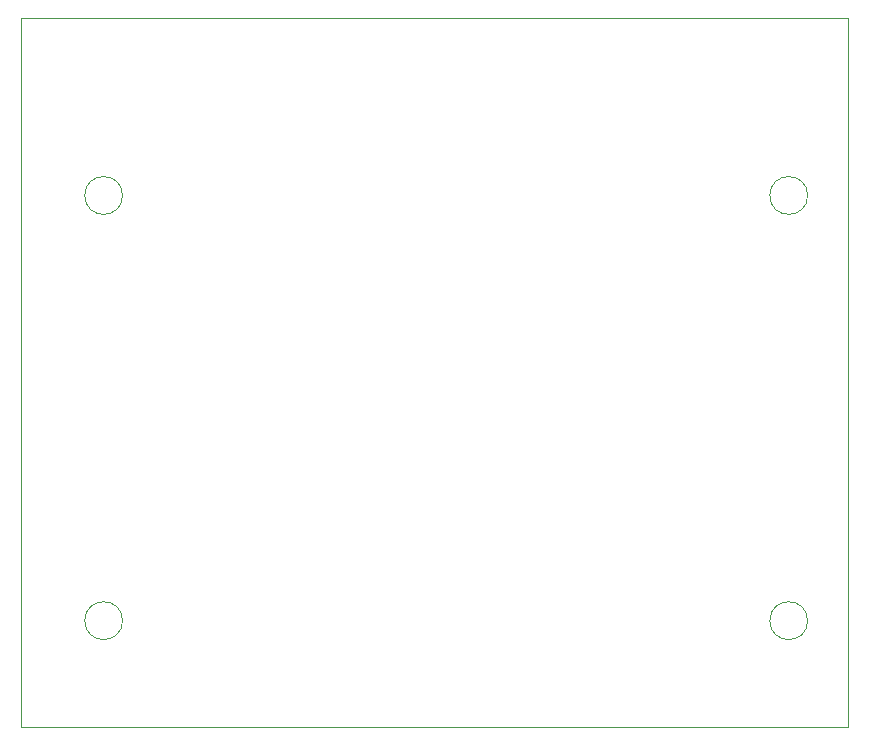
<source format=gbr>
%TF.GenerationSoftware,KiCad,Pcbnew,5.1.5-52549c5~84~ubuntu19.04.1*%
%TF.CreationDate,2020-02-04T18:47:48+03:00*%
%TF.ProjectId,RGBcontroller_V1,52474263-6f6e-4747-926f-6c6c65725f56,rev?*%
%TF.SameCoordinates,Original*%
%TF.FileFunction,Profile,NP*%
%FSLAX46Y46*%
G04 Gerber Fmt 4.6, Leading zero omitted, Abs format (unit mm)*
G04 Created by KiCad (PCBNEW 5.1.5-52549c5~84~ubuntu19.04.1) date 2020-02-04 18:47:48*
%MOMM*%
%LPD*%
G04 APERTURE LIST*
%ADD10C,0.050000*%
G04 APERTURE END LIST*
D10*
X100000000Y-100000000D02*
X100000000Y-40000000D01*
X170000000Y-100000000D02*
X100000000Y-100000000D01*
X170000000Y-40000000D02*
X170000000Y-100000000D01*
X100000000Y-40000000D02*
X170000000Y-40000000D01*
X166600000Y-55000000D02*
G75*
G03X166600000Y-55000000I-1600000J0D01*
G01*
X108600000Y-55000000D02*
G75*
G03X108600000Y-55000000I-1600000J0D01*
G01*
X108600000Y-91000000D02*
G75*
G03X108600000Y-91000000I-1600000J0D01*
G01*
X166600000Y-91000000D02*
G75*
G03X166600000Y-91000000I-1600000J0D01*
G01*
M02*

</source>
